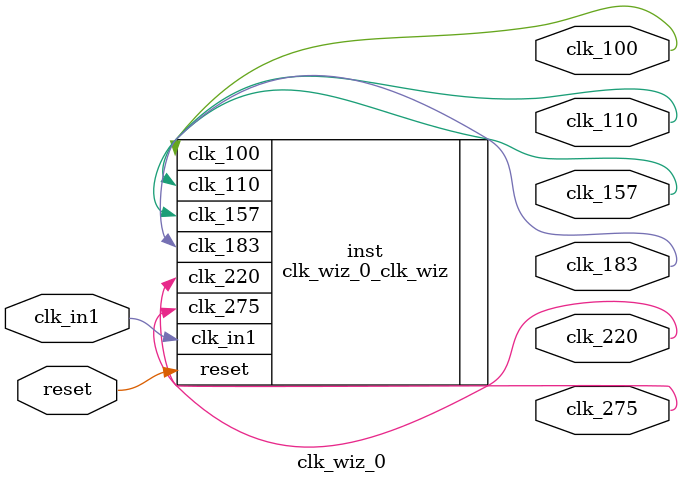
<source format=v>


`timescale 1ps/1ps

(* CORE_GENERATION_INFO = "clk_wiz_0,clk_wiz_v6_0_1_0_0,{component_name=clk_wiz_0,use_phase_alignment=true,use_min_o_jitter=false,use_max_i_jitter=false,use_dyn_phase_shift=false,use_inclk_switchover=false,use_dyn_reconfig=false,enable_axi=0,feedback_source=FDBK_AUTO,PRIMITIVE=MMCM,num_out_clk=6,clkin1_period=10.000,clkin2_period=10.000,use_power_down=false,use_reset=true,use_locked=false,use_inclk_stopped=false,feedback_type=SINGLE,CLOCK_MGR_TYPE=NA,manual_override=false}" *)

module clk_wiz_0 
 (
  // Clock out ports
  output        clk_100,
  output        clk_110,
  output        clk_157,
  output        clk_183,
  output        clk_220,
  output        clk_275,
  // Status and control signals
  input         reset,
 // Clock in ports
  input         clk_in1
 );

  clk_wiz_0_clk_wiz inst
  (
  // Clock out ports  
  .clk_100(clk_100),
  .clk_110(clk_110),
  .clk_157(clk_157),
  .clk_183(clk_183),
  .clk_220(clk_220),
  .clk_275(clk_275),
  // Status and control signals               
  .reset(reset), 
 // Clock in ports
  .clk_in1(clk_in1)
  );

endmodule

</source>
